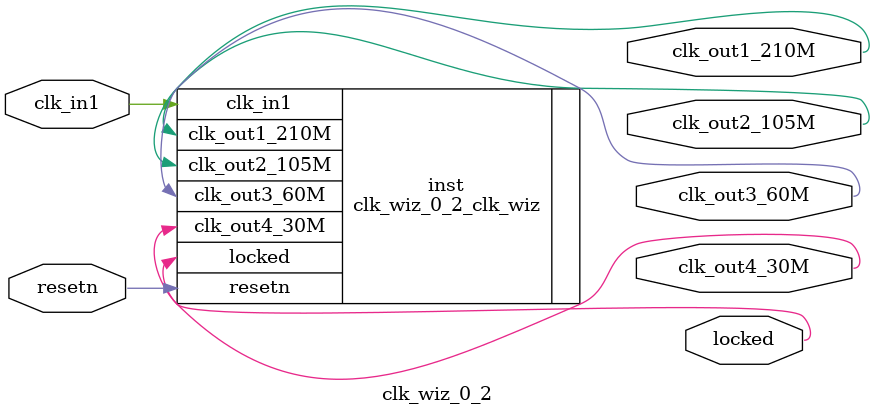
<source format=v>


`timescale 1ps/1ps

(* CORE_GENERATION_INFO = "clk_wiz_0_2,clk_wiz_v5_4_3_0,{component_name=clk_wiz_0_2,use_phase_alignment=true,use_min_o_jitter=true,use_max_i_jitter=false,use_dyn_phase_shift=false,use_inclk_switchover=false,use_dyn_reconfig=false,enable_axi=0,feedback_source=FDBK_AUTO,PRIMITIVE=PLL,num_out_clk=4,clkin1_period=7.143,clkin2_period=10.000,use_power_down=false,use_reset=true,use_locked=true,use_inclk_stopped=false,feedback_type=SINGLE,CLOCK_MGR_TYPE=NA,manual_override=false}" *)

module clk_wiz_0_2 
 (
  // Clock out ports
  output        clk_out1_210M,
  output        clk_out2_105M,
  output        clk_out3_60M,
  output        clk_out4_30M,
  // Status and control signals
  input         resetn,
  output        locked,
 // Clock in ports
  input         clk_in1
 );

  clk_wiz_0_2_clk_wiz inst
  (
  // Clock out ports  
  .clk_out1_210M(clk_out1_210M),
  .clk_out2_105M(clk_out2_105M),
  .clk_out3_60M(clk_out3_60M),
  .clk_out4_30M(clk_out4_30M),
  // Status and control signals               
  .resetn(resetn), 
  .locked(locked),
 // Clock in ports
  .clk_in1(clk_in1)
  );

endmodule

</source>
